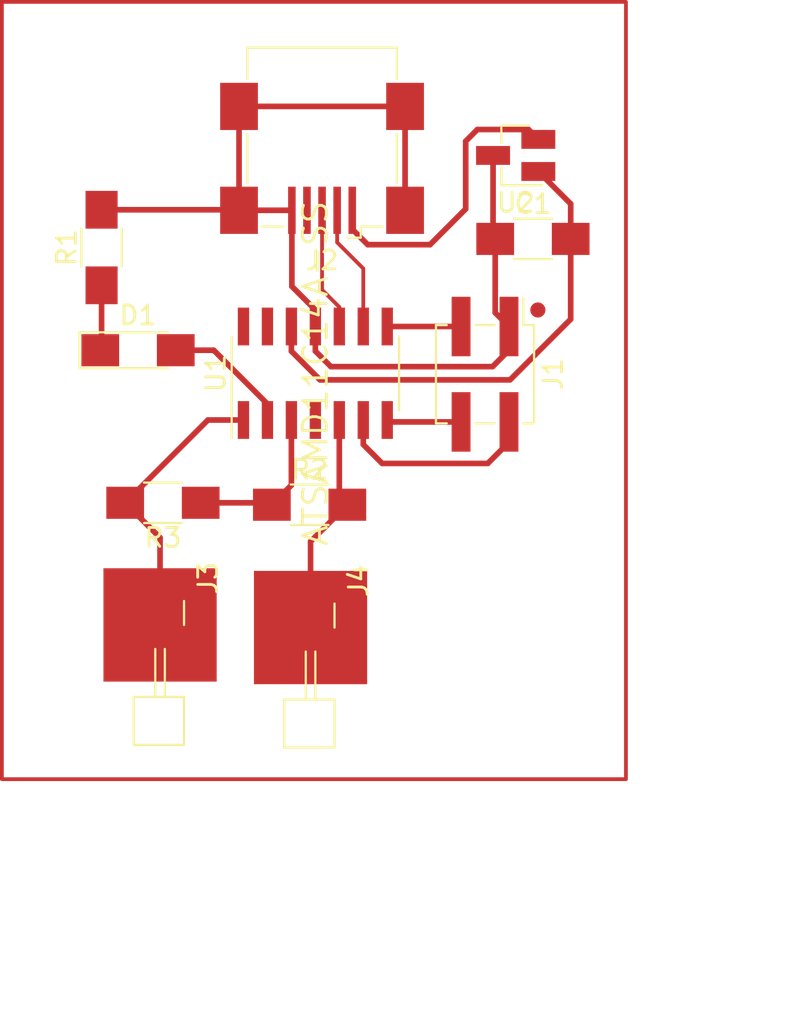
<source format=kicad_pcb>
(kicad_pcb (version 20211014) (generator pcbnew)
  (layers (0 "F.Cu" signal) (31 "B.Cu" signal) (34 "B.Paste" user) (35 "F.Paste" user) (36 "B.SilkS" user "B.Silkscreen") (37 "F.SilkS" user "F.Silkscreen") (38 "B.Mask" user) (39 "F.Mask" user) (44 "Edge.Cuts" user))
  (net 0 "")
  (net 1 "3.3")
  (net 2 "GND")
  (net 3 "Net-(D1-Pad1)")
  (net 4 "RST")
  (net 5 "DIO")
  (net 6 "CLK")
  (net 7 "5V")
  (net 8 "D-")
  (net 9 "D+")
  (net 11 "Receive Pin 2")
  (net 12 "LED")
  (net 13 "Receive Pin 1")
  (net 14 "SenderPin")
  (footprint "fab:R_1206" (layer "F.Cu") (at 171.3484 93.6244 180)
    (fp_text reference "R3" (at 0 -1.85) (layer "F.SilkS"))
    (fp_text value "R")
    (fp_line (start -1 -1.07) (end 1 -1.07) (layer "F.SilkS") (width 0.12))
    (fp_line (start 1 1.07) (end -1 1.07) (layer "F.SilkS") (width 0.12))
    (pad "1" smd rect locked (at -2 0 180) (size 2 1.7) (layers "F.Cu" "F.Paste" "F.Mask") (net 14 "SenderPin"))
    (pad "2" smd rect locked (at 2 0 180) (size 2 1.7) (layers "F.Cu" "F.Paste" "F.Mask") (net 13 "Receive Pin 1"))
  )
  (footprint "fab:PinHeader_2x02_P2.54mm_Vertical_SMD" (layer "F.Cu") (at 188.4172 86.8172 -90)
    (fp_text reference "J1" (at 0 -3.6 90) (layer "F.SilkS"))
    (fp_text value "Conn_PinHeader_2x02_P2.54mm_Vertical_SMD")
    (fp_circle (center -3.4 -2.8) (end -3.1 -2.8) (layer "F.Cu") (width 0.2) (fill solid))
    (fp_line (start 2.6 2.03) (end 2.6 2.6) (layer "F.SilkS") (width 0.12))
    (fp_line (start -2.6 2.03) (end -2.6 2.6) (layer "F.SilkS") (width 0.12))
    (fp_line (start -4.04 -2.03) (end -2.6 -2.03) (layer "F.SilkS") (width 0.12))
    (fp_line (start 2.6 -2.6) (end 2.6 -2.03) (layer "F.SilkS") (width 0.12))
    (fp_line (start -2.6 -2.6) (end 2.6 -2.6) (layer "F.SilkS") (width 0.12))
    (fp_line (start -2.6 2.6) (end 2.6 2.6) (layer "F.SilkS") (width 0.12))
    (fp_line (start -2.6 -0.51) (end -2.6 0.51) (layer "F.SilkS") (width 0.12))
    (fp_line (start -2.6 -2.6) (end -2.6 -2.03) (layer "F.SilkS") (width 0.12))
    (fp_line (start 2.6 -0.51) (end 2.6 0.51) (layer "F.SilkS") (width 0.12))
    (pad "1" smd rect (at -2.525 -1.27 270) (size 3.15 1) (layers "F.Cu" "F.Paste" "F.Mask") (net 2 "GND"))
    (pad "2" smd rect (at 2.525 -1.27 270) (size 3.15 1) (layers "F.Cu" "F.Paste" "F.Mask") (net 4 "RST"))
    (pad "3" smd rect (at -2.525 1.27 270) (size 3.15 1) (layers "F.Cu" "F.Paste" "F.Mask") (net 5 "DIO"))
    (pad "4" smd rect (at 2.525 1.27 270) (size 3.15 1) (layers "F.Cu" "F.Paste" "F.Mask") (net 6 "CLK"))
  )
  (footprint "fab:SOT-23" (layer "F.Cu") (at 190.0428 75.2348 180)
    (fp_text reference "U2" (at 0 -2.5) (layer "F.SilkS"))
    (fp_text value "Regulator_Linear_LM3480-3.3V-100mA")
    (fp_line (start 0.76 1.58) (end -0.7 1.58) (layer "F.SilkS") (width 0.12))
    (fp_line (start 0.76 -1.58) (end -1.4 -1.58) (layer "F.SilkS") (width 0.12))
    (fp_line (start 0.76 1.58) (end 0.76 0.65) (layer "F.SilkS") (width 0.12))
    (fp_line (start 0.76 -1.58) (end 0.76 -0.65) (layer "F.SilkS") (width 0.12))
    (pad "1" smd rect locked (at -1.2 -0.85 180) (size 1.8 1) (layers "F.Cu" "F.Paste" "F.Mask") (net 1 "3.3"))
    (pad "2" smd rect locked (at -1.2 0.85 180) (size 1.8 1) (layers "F.Cu" "F.Paste" "F.Mask") (net 7 "5V"))
    (pad "3" smd rect locked (at 1.2 0 180) (size 1.8 1) (layers "F.Cu" "F.Paste" "F.Mask") (net 2 "GND"))
  )
  (footprint "fab:R_1206" (layer "F.Cu") (at 168.0972 80.1116 90)
    (fp_text reference "R1" (at 0 -1.85 90) (layer "F.SilkS"))
    (fp_text value "500 OHM")
    (fp_line (start -1 -1.07) (end 1 -1.07) (layer "F.SilkS") (width 0.12))
    (fp_line (start 1 1.07) (end -1 1.07) (layer "F.SilkS") (width 0.12))
    (pad "1" smd rect locked (at -2 0 90) (size 2 1.7) (layers "F.Cu" "F.Paste" "F.Mask") (net 3 "Net-(D1-Pad1)"))
    (pad "2" smd rect locked (at 2 0 90) (size 2 1.7) (layers "F.Cu" "F.Paste" "F.Mask") (net 2 "GND"))
  )
  (footprint "fab:SOIC-14_3.9x8.7mm_P1.27mm" (layer "F.Cu") (at 179.4256 86.7664 90)
    (fp_text reference "U1" (at 0 -5.28 90) (layer "F.SilkS"))
    (fp_text value "ATSAMD11C14A-SS" (at 0 0 90) (layer "F.SilkS") (effects (font (size 1.27 1.27))))
    (fp_line (start 0 -4.435) (end 1.95 -4.435) (layer "F.SilkS") (width 0.12))
    (fp_line (start 0 4.435) (end -1.95 4.435) (layer "F.SilkS") (width 0.12))
    (fp_line (start 0 4.435) (end 1.95 4.435) (layer "F.SilkS") (width 0.12))
    (fp_line (start 0 -4.435) (end -3.45 -4.435) (layer "F.SilkS") (width 0.12))
    (pad "1" smd rect (at -2.475 -3.81 90) (size 2 0.6) (layers "F.Cu" "F.Paste" "F.Mask") (net 13 "Receive Pin 1"))
    (pad "2" smd rect (at -2.475 -2.54 90) (size 2 0.6) (layers "F.Cu" "F.Paste" "F.Mask") (net 12 "LED"))
    (pad "3" smd rect (at -2.475 -1.27 90) (size 2 0.6) (layers "F.Cu" "F.Paste" "F.Mask") (net 14 "SenderPin"))
    (pad "4" smd rect (at -2.475 0 90) (size 2 0.6) (layers "F.Cu" "F.Paste" "F.Mask"))
    (pad "5" smd rect (at -2.475 1.27 90) (size 2 0.6) (layers "F.Cu" "F.Paste" "F.Mask") (net 11 "Receive Pin 2"))
    (pad "6" smd rect (at -2.475 2.54 90) (size 2 0.6) (layers "F.Cu" "F.Paste" "F.Mask") (net 4 "RST"))
    (pad "7" smd rect (at -2.475 3.81 90) (size 2 0.6) (layers "F.Cu" "F.Paste" "F.Mask") (net 6 "CLK"))
    (pad "8" smd rect (at 2.475 3.81 90) (size 2 0.6) (layers "F.Cu" "F.Paste" "F.Mask") (net 5 "DIO"))
    (pad "9" smd rect (at 2.475 2.54 90) (size 2 0.6) (layers "F.Cu" "F.Paste" "F.Mask") (net 8 "D-"))
    (pad "10" smd rect (at 2.475 1.27 90) (size 2 0.6) (layers "F.Cu" "F.Paste" "F.Mask") (net 9 "D+"))
    (pad "11" smd rect (at 2.475 0 90) (size 2 0.6) (layers "F.Cu" "F.Paste" "F.Mask") (net 2 "GND"))
    (pad "12" smd rect (at 2.475 -1.27 90) (size 2 0.6) (layers "F.Cu" "F.Paste" "F.Mask") (net 1 "3.3"))
    (pad "13" smd rect (at 2.475 -2.54 90) (size 2 0.6) (layers "F.Cu" "F.Paste" "F.Mask"))
    (pad "14" smd rect (at 2.475 -3.81 90) (size 2 0.6) (layers "F.Cu" "F.Paste" "F.Mask"))
  )
  (footprint "fab:PinHeader_1x01_P2.54mm_Horizontal_SMD" (layer "F.Cu") (at 171.196 100.0907 -90)
    (fp_text reference "J3" (at -1.524 -2.54 90) (layer "F.SilkS") (effects (justify left)))
    (fp_text value "Conn_PinHeader_1x01_P2.54mm_Horizontal_SMD")
    (fp_line (start 6.35 1.397) (end 3.81 1.397) (layer "F.SilkS") (width 0.12))
    (fp_line (start 3.81 1.397) (end 3.81 -1.27) (layer "F.SilkS") (width 0.12))
    (fp_line (start 3.81 -0.254) (end 1.27 -0.254) (layer "F.SilkS") (width 0.12))
    (fp_line (start -1.27 -1.27) (end 0 -1.27) (layer "F.SilkS") (width 0.12))
    (fp_line (start 3.81 -1.27) (end 6.35 -1.27) (layer "F.SilkS") (width 0.12))
    (fp_line (start 6.35 -1.27) (end 6.35 1.397) (layer "F.SilkS") (width 0.12))
    (fp_line (start 3.81 0.254) (end 1.27 0.254) (layer "F.SilkS") (width 0.12))
    (pad "1" smd rect locked (at 0 0 270) (size 6 6) (layers "F.Cu" "F.Paste" "F.Mask") (net 13 "Receive Pin 1"))
  )
  (footprint "Connector_USB:USB_Mini-B_Wuerth_65100516121_Horizontal" (layer "F.Cu") (at 179.7812 75.5396 180)
    (fp_text reference "J2" (at 0 -5.25) (layer "F.SilkS"))
    (fp_text value "USB_B_Mini")
    (fp_line (start 3.96 6.01) (end 3.96 4.35) (layer "F.SilkS") (width 0.12))
    (fp_line (start -2.05 -3.46) (end -2.05 -4.05) (layer "F.SilkS") (width 0.12))
    (fp_line (start -2.05 -4.05) (end -1.35 -4.05) (layer "F.SilkS") (width 0.12))
    (fp_line (start 2.05 -3.46) (end 3.2 -3.46) (layer "F.SilkS") (width 0.12))
    (fp_line (start -3.96 4.35) (end -3.96 6.01) (layer "F.SilkS") (width 0.12))
    (fp_line (start -3.2 -3.46) (end -2.05 -3.46) (layer "F.SilkS") (width 0.12))
    (fp_line (start -3.96 6.01) (end 3.96 6.01) (layer "F.SilkS") (width 0.12))
    (fp_line (start -3.96 1.45) (end -3.96 -1.15) (layer "F.SilkS") (width 0.12))
    (fp_line (start 3.96 -1.15) (end 3.96 1.45) (layer "F.SilkS") (width 0.12))
    (pad "" np_thru_hole circle (at -2.2 0 180) (size 0.9 0.9) (drill 0.9) (layers *.Cu *.Mask))
    (pad "" np_thru_hole circle (at 2.2 0 180) (size 0.9 0.9) (drill 0.9) (layers *.Cu *.Mask))
    (pad "1" smd rect (at -1.6 -2.6 180) (size 0.4 2.5) (layers "F.Cu" "F.Paste" "F.Mask") (net 7 "5V"))
    (pad "2" smd rect (at -0.8 -2.6 180) (size 0.4 2.5) (layers "F.Cu" "F.Paste" "F.Mask") (net 8 "D-"))
    (pad "3" smd rect (at 0 -2.6 180) (size 0.4 2.5) (layers "F.Cu" "F.Paste" "F.Mask") (net 9 "D+"))
    (pad "4" smd rect (at 0.8 -2.6 180) (size 0.4 2.5) (layers "F.Cu" "F.Paste" "F.Mask"))
    (pad "5" smd rect (at 1.6 -2.6 180) (size 0.4 2.5) (layers "F.Cu" "F.Paste" "F.Mask") (net 2 "GND"))
    (pad "6" smd rect (at 4.4 -2.6 180) (size 2 2.5) (layers "F.Cu" "F.Paste" "F.Mask") (net 2 "GND"))
    (pad "6" smd rect (at -4.4 2.9 180) (size 2 2.5) (layers "F.Cu" "F.Paste" "F.Mask") (net 2 "GND"))
    (pad "6" smd rect (at -4.4 -2.6 180) (size 2 2.5) (layers "F.Cu" "F.Paste" "F.Mask") (net 2 "GND"))
    (pad "6" smd rect (at 4.4 2.9 180) (size 2 2.5) (layers "F.Cu" "F.Paste" "F.Mask") (net 2 "GND"))
  )
  (footprint "fab:R_1206" (layer "F.Cu") (at 179.1208 93.726)
    (fp_text reference "R2" (at 0 -1.85) (layer "F.SilkS"))
    (fp_text value "R")
    (fp_line (start -1 -1.07) (end 1 -1.07) (layer "F.SilkS") (width 0.12))
    (fp_line (start 1 1.07) (end -1 1.07) (layer "F.SilkS") (width 0.12))
    (pad "1" smd rect locked (at -2 0) (size 2 1.7) (layers "F.Cu" "F.Paste" "F.Mask") (net 14 "SenderPin"))
    (pad "2" smd rect locked (at 2 0) (size 2 1.7) (layers "F.Cu" "F.Paste" "F.Mask") (net 11 "Receive Pin 2"))
  )
  (footprint "fab:LED_1206" (layer "F.Cu") (at 170.0276 85.5472)
    (fp_text reference "D1" (at 0 -1.85) (layer "F.SilkS"))
    (fp_text value "LED")
    (fp_line (start -3.1 -0.95) (end -3.1 0.95) (layer "F.SilkS") (width 0.12))
    (fp_line (start -3.1 -0.95) (end 1.6 -0.95) (layer "F.SilkS") (width 0.12))
    (fp_line (start -3.1 0.95) (end 1.6 0.95) (layer "F.SilkS") (width 0.12))
    (pad "1" smd rect locked (at -2 0) (size 2 1.7) (layers "F.Cu" "F.Paste" "F.Mask") (net 3 "Net-(D1-Pad1)"))
    (pad "2" smd rect locked (at 2 0) (size 2 1.7) (layers "F.Cu" "F.Paste" "F.Mask") (net 12 "LED"))
  )
  (footprint "fab:C_1206" (layer "F.Cu") (at 190.9572 79.6544)
    (fp_text reference "C1" (at 0 -1.85) (layer "F.SilkS"))
    (fp_text value "C")
    (fp_line (start -1 -1.07) (end 1 -1.07) (layer "F.SilkS") (width 0.12))
    (fp_line (start 1 1.07) (end -1 1.07) (layer "F.SilkS") (width 0.12))
    (pad "1" smd rect locked (at -2 0) (size 2 1.7) (layers "F.Cu" "F.Paste" "F.Mask") (net 2 "GND"))
    (pad "2" smd rect locked (at 2 0) (size 2 1.7) (layers "F.Cu" "F.Paste" "F.Mask") (net 1 "3.3"))
  )
  (footprint "fab:PinHeader_1x01_P2.54mm_Horizontal_SMD" (layer "F.Cu") (at 179.1716 100.2284 -90)
    (fp_text reference "J4" (at -1.524 -2.54 90) (layer "F.SilkS") (effects (justify left)))
    (fp_text value "Conn_PinHeader_1x01_P2.54mm_Horizontal_SMD")
    (fp_line (start 3.81 -1.27) (end 6.35 -1.27) (layer "F.SilkS") (width 0.12))
    (fp_line (start 3.81 0.254) (end 1.27 0.254) (layer "F.SilkS") (width 0.12))
    (fp_line (start 3.81 1.397) (end 3.81 -1.27) (layer "F.SilkS") (width 0.12))
    (fp_line (start -1.27 -1.27) (end 0 -1.27) (layer "F.SilkS") (width 0.12))
    (fp_line (start 3.81 -0.254) (end 1.27 -0.254) (layer "F.SilkS") (width 0.12))
    (fp_line (start 6.35 -1.27) (end 6.35 1.397) (layer "F.SilkS") (width 0.12))
    (fp_line (start 6.35 1.397) (end 3.81 1.397) (layer "F.SilkS") (width 0.12))
    (pad "1" smd rect locked (at 0 0 270) (size 6 6) (layers "F.Cu" "F.Paste" "F.Mask") (net 11 "Receive Pin 2"))
  )
  (gr_rect (start 162.814 67.1068) (end 195.8848 108.2548) (layer "F.Cu") (width 0.2) (fill none))
  (segment (start 189.743769 87.116231) (end 192.9572 83.9028) (width 0.3) (layer "F.Cu") (net 1))
  (segment (start 179.673831 87.116231) (end 189.743769 87.116231) (width 0.3) (layer "F.Cu") (net 1))
  (segment (start 192.9572 83.9028) (end 192.9572 79.6544) (width 0.3) (layer "F.Cu") (net 1))
  (segment (start 192.9572 79.6544) (end 192.9572 77.7992) (width 0.3) (layer "F.Cu") (net 1))
  (segment (start 192.9572 77.7992) (end 191.2428 76.0848) (width 0.3) (layer "F.Cu") (net 1))
  (segment (start 178.1556 84.2914) (end 178.1556 85.598) (width 0.3) (layer "F.Cu") (net 1))
  (segment (start 178.1556 85.598) (end 179.673831 87.116231) (width 0.3) (layer "F.Cu") (net 1))
  (segment (start 178.1812 78.1396) (end 178.1812 82.1692) (width 0.3) (layer "F.Cu") (net 2))
  (segment (start 189.6872 85.5472) (end 189.6872 84.2922) (width 0.3) (layer "F.Cu") (net 2))
  (segment (start 184.1812 72.6396) (end 184.1812 78.1396) (width 0.3) (layer "F.Cu") (net 2))
  (segment (start 175.3812 72.6396) (end 184.1812 72.6396) (width 0.3) (layer "F.Cu") (net 2))
  (segment (start 188.9572 83.5622) (end 189.6872 84.2922) (width 0.3) (layer "F.Cu") (net 2))
  (segment (start 179.4256 85.5914) (end 180.250911 86.416711) (width 0.3) (layer "F.Cu") (net 2))
  (segment (start 188.8428 79.54) (end 188.9572 79.6544) (width 0.3) (layer "F.Cu") (net 2))
  (segment (start 175.3532 78.1116) (end 175.3812 78.1396) (width 0.3) (layer "F.Cu") (net 2))
  (segment (start 179.4256 83.4136) (end 179.4256 84.2914) (width 0.3) (layer "F.Cu") (net 2))
  (segment (start 178.1812 82.1692) (end 179.4256 83.4136) (width 0.3) (layer "F.Cu") (net 2))
  (segment (start 188.8428 75.2348) (end 188.8428 79.54) (width 0.3) (layer "F.Cu") (net 2))
  (segment (start 179.4256 84.2914) (end 179.4256 85.5914) (width 0.3) (layer "F.Cu") (net 2))
  (segment (start 168.0972 78.1116) (end 175.3532 78.1116) (width 0.3) (layer "F.Cu") (net 2))
  (segment (start 188.9572 79.6544) (end 188.9572 83.5622) (width 0.3) (layer "F.Cu") (net 2))
  (segment (start 175.3812 78.1396) (end 178.1812 78.1396) (width 0.3) (layer "F.Cu") (net 2))
  (segment (start 180.250911 86.416711) (end 188.817689 86.416711) (width 0.3) (layer "F.Cu") (net 2))
  (segment (start 175.3812 72.6396) (end 175.3812 78.1396) (width 0.3) (layer "F.Cu") (net 2))
  (segment (start 188.817689 86.416711) (end 189.6872 85.5472) (width 0.3) (layer "F.Cu") (net 2))
  (segment (start 168.0972 82.1116) (end 168.0972 85.4776) (width 0.3) (layer "F.Cu") (net 3))
  (segment (start 168.0972 85.4776) (end 168.0276 85.5472) (width 0.3) (layer "F.Cu") (net 3))
  (segment (start 181.9656 90.5414) (end 182.9658 91.5416) (width 0.3) (layer "F.Cu") (net 4))
  (segment (start 181.9656 89.2414) (end 181.9656 90.5414) (width 0.3) (layer "F.Cu") (net 4))
  (segment (start 189.6872 90.4172) (end 189.6872 89.3422) (width 0.3) (layer "F.Cu") (net 4))
  (segment (start 188.5628 91.5416) (end 189.6872 90.4172) (width 0.3) (layer "F.Cu") (net 4))
  (segment (start 182.9658 91.5416) (end 188.5628 91.5416) (width 0.3) (layer "F.Cu") (net 4))
  (segment (start 187.1464 84.2914) (end 187.1472 84.2922) (width 0.3) (layer "F.Cu") (net 5))
  (segment (start 183.2356 84.2914) (end 187.1464 84.2914) (width 0.3) (layer "F.Cu") (net 5))
  (segment (start 183.3364 89.3422) (end 183.2356 89.2414) (width 0.3) (layer "F.Cu") (net 6))
  (segment (start 187.1472 89.3422) (end 183.3364 89.3422) (width 0.3) (layer "F.Cu") (net 6))
  (segment (start 182.2008 79.9592) (end 185.50168 79.9592) (width 0.3) (layer "F.Cu") (net 7))
  (segment (start 187.393289 78.067591) (end 187.393289 74.480711) (width 0.3) (layer "F.Cu") (net 7))
  (segment (start 188.0108 73.8632) (end 190.7212 73.8632) (width 0.3) (layer "F.Cu") (net 7))
  (segment (start 190.7212 73.8632) (end 191.2428 74.3848) (width 0.3) (layer "F.Cu") (net 7))
  (segment (start 185.50168 79.9592) (end 187.393289 78.067591) (width 0.3) (layer "F.Cu") (net 7))
  (segment (start 181.3812 78.1396) (end 181.3812 79.1396) (width 0.3) (layer "F.Cu") (net 7))
  (segment (start 181.3812 79.1396) (end 182.2008 79.9592) (width 0.3) (layer "F.Cu") (net 7))
  (segment (start 187.393289 74.480711) (end 188.0108 73.8632) (width 0.3) (layer "F.Cu") (net 7))
  (segment (start 180.5812 78.1396) (end 180.5812 79.838622) (width 0.2) (layer "F.Cu") (net 8))
  (segment (start 180.5812 79.838622) (end 181.9656 81.223022) (width 0.2) (layer "F.Cu") (net 8))
  (segment (start 181.9656 81.223022) (end 181.9656 84.2914) (width 0.2) (layer "F.Cu") (net 8))
  (segment (start 180.6956 83.262378) (end 180.6956 84.2914) (width 0.2) (layer "F.Cu") (net 9))
  (segment (start 179.7812 78.1396) (end 179.7812 82.347978) (width 0.2) (layer "F.Cu") (net 9))
  (segment (start 179.7812 82.347978) (end 180.6956 83.262378) (width 0.2) (layer "F.Cu") (net 9))
  (segment (start 179.1716 95.6752) (end 181.1208 93.726) (width 0.3) (layer "F.Cu") (net 11))
  (segment (start 180.6956 93.3008) (end 181.1208 93.726) (width 0.3) (layer "F.Cu") (net 11))
  (segment (start 180.6956 89.2414) (end 180.6956 93.3008) (width 0.3) (layer "F.Cu") (net 11))
  (segment (start 179.1716 100.2284) (end 179.1716 95.6752) (width 0.3) (layer "F.Cu") (net 11))
  (segment (start 176.8856 89.2414) (end 176.8856 88.5414) (width 0.25) (layer "F.Cu") (net 12))
  (segment (start 172.0276 85.5472) (end 174.0408 85.5472) (width 0.3) (layer "F.Cu") (net 12))
  (segment (start 174.0408 85.5472) (end 176.8856 88.392) (width 0.3) (layer "F.Cu") (net 12))
  (segment (start 176.8856 88.392) (end 176.8856 89.2414) (width 0.3) (layer "F.Cu") (net 12))
  (segment (start 171.196 95.472) (end 169.3484 93.6244) (width 0.3) (layer "F.Cu") (net 13))
  (segment (start 173.7314 89.2414) (end 169.3484 93.6244) (width 0.3) (layer "F.Cu") (net 13))
  (segment (start 175.6156 89.2414) (end 173.7314 89.2414) (width 0.3) (layer "F.Cu") (net 13))
  (segment (start 171.196 100.0907) (end 171.196 95.472) (width 0.3) (layer "F.Cu") (net 13))
  (segment (start 173.3484 93.6244) (end 177.0192 93.6244) (width 0.3) (layer "F.Cu") (net 14))
  (segment (start 178.1556 89.2414) (end 178.1556 92.6912) (width 0.3) (layer "F.Cu") (net 14))
  (segment (start 177.0192 93.6244) (end 177.1208 93.726) (width 0.3) (layer "F.Cu") (net 14))
  (segment (start 178.1556 92.6912) (end 177.1208 93.726) (width 0.3) (layer "F.Cu") (net 14))
)
</source>
